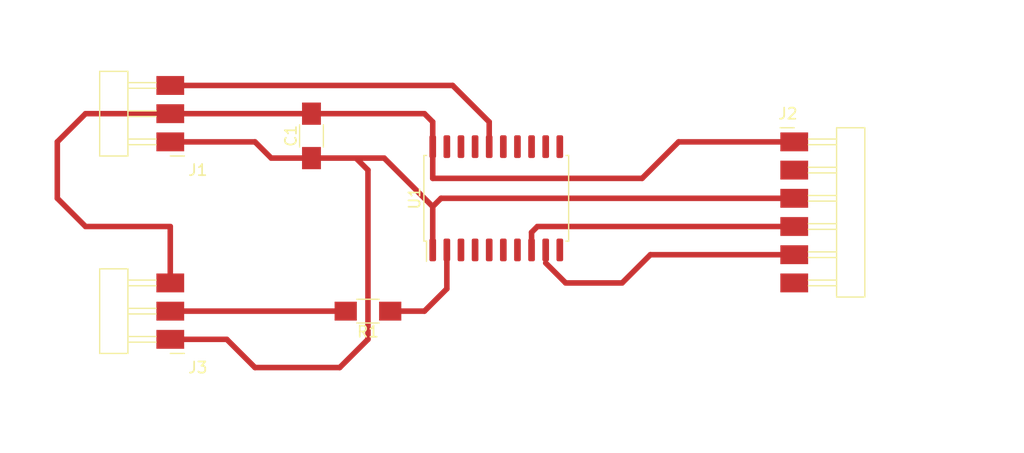
<source format=kicad_pcb>
(kicad_pcb (version 20211014) (generator pcbnew)
  (layers (0 "F.Cu" signal) (31 "B.Cu" signal) (34 "B.Paste" user) (35 "F.Paste" user) (36 "B.SilkS" user "B.Silkscreen") (37 "F.SilkS" user "F.Silkscreen") (38 "B.Mask" user) (39 "F.Mask" user) (44 "Edge.Cuts" user))
  (net 0 "")
  (net 1 "VCC")
  (net 2 "Net-(J1-Pad3)")
  (net 3 "Net-(J2-Pad4)")
  (net 5 "Net-(J2-Pad5)")
  (net 21 "Net-(U1-Pad2)")
  (net 22 "Net-(J3-Pad2)")
  (net 23 "GND")
  (footprint "fab:C_1206" (layer "F.Cu") (at 114.3 68.04 90)
    (fp_text reference "C1" (at 0 -1.85 90) (layer "F.SilkS"))
    (fp_text value "C")
    (fp_line (start 1 1.07) (end -1 1.07) (layer "F.SilkS") (width 0.12))
    (fp_line (start -1 -1.07) (end 1 -1.07) (layer "F.SilkS") (width 0.12))
    (pad "1" smd rect locked (at -2 0 90) (size 2 1.7) (layers "F.Cu" "F.Paste" "F.Mask") (net 1 "VCC"))
    (pad "2" smd rect locked (at 2 0 90) (size 2 1.7) (layers "F.Cu" "F.Paste" "F.Mask") (net 23 "GND"))
  )
  (footprint "fab:PinHeader_1x03_P2.54mm_Horizontal_SMD" (layer "F.Cu") (at 101.6 86.36 180)
    (fp_text reference "J3" (at -1.524 -2.54) (layer "F.SilkS") (effects (justify left)))
    (fp_text value "connect to neopixels")
    (fp_line (start 6.35 -1.27) (end 6.35 6.35) (layer "F.SilkS") (width 0.12))
    (fp_line (start 6.35 6.35) (end 3.81 6.35) (layer "F.SilkS") (width 0.12))
    (fp_line (start 3.81 6.35) (end 3.81 -1.27) (layer "F.SilkS") (width 0.12))
    (fp_line (start 3.81 2.794) (end 1.27 2.794) (layer "F.SilkS") (width 0.12))
    (fp_line (start 3.81 -0.254) (end 1.27 -0.254) (layer "F.SilkS") (width 0.12))
    (fp_line (start 3.81 4.826) (end 1.27 4.826) (layer "F.SilkS") (width 0.12))
    (fp_line (start -1.27 -1.27) (end 0 -1.27) (layer "F.SilkS") (width 0.12))
    (fp_line (start 3.81 2.286) (end 1.27 2.286) (layer "F.SilkS") (width 0.12))
    (fp_line (start 3.81 0.254) (end 1.27 0.254) (layer "F.SilkS") (width 0.12))
    (fp_line (start 3.81 5.334) (end 1.27 5.334) (layer "F.SilkS") (width 0.12))
    (fp_line (start 3.81 -1.27) (end 6.35 -1.27) (layer "F.SilkS") (width 0.12))
    (pad "1" smd rect locked (at 0 0 180) (size 2.5 1.7) (layers "F.Cu" "F.Paste" "F.Mask") (net 1 "VCC"))
    (pad "2" smd rect locked (at 0 2.54 180) (size 2.5 1.7) (layers "F.Cu" "F.Paste" "F.Mask") (net 22 "Net-(J3-Pad2)"))
    (pad "3" smd rect locked (at 0 5.08 180) (size 2.5 1.7) (layers "F.Cu" "F.Paste" "F.Mask") (net 23 "GND"))
  )
  (footprint "fab:PinHeader_1x03_P2.54mm_Horizontal_SMD" (layer "F.Cu") (at 101.6 68.58 180)
    (fp_text reference "J1" (at -1.524 -2.54) (layer "F.SilkS") (effects (justify left)))
    (fp_text value "updi")
    (fp_line (start 3.81 4.826) (end 1.27 4.826) (layer "F.SilkS") (width 0.12))
    (fp_line (start 3.81 -0.254) (end 1.27 -0.254) (layer "F.SilkS") (width 0.12))
    (fp_line (start 6.35 -1.27) (end 6.35 6.35) (layer "F.SilkS") (width 0.12))
    (fp_line (start 3.81 2.286) (end 1.27 2.286) (layer "F.SilkS") (width 0.12))
    (fp_line (start 3.81 5.334) (end 1.27 5.334) (layer "F.SilkS") (width 0.12))
    (fp_line (start 6.35 6.35) (end 3.81 6.35) (layer "F.SilkS") (width 0.12))
    (fp_line (start 3.81 0.254) (end 1.27 0.254) (layer "F.SilkS") (width 0.12))
    (fp_line (start -1.27 -1.27) (end 0 -1.27) (layer "F.SilkS") (width 0.12))
    (fp_line (start 3.81 2.794) (end 1.27 2.794) (layer "F.SilkS") (width 0.12))
    (fp_line (start 3.81 6.35) (end 3.81 -1.27) (layer "F.SilkS") (width 0.12))
    (fp_line (start 3.81 -1.27) (end 6.35 -1.27) (layer "F.SilkS") (width 0.12))
    (pad "1" smd rect locked (at 0 0 180) (size 2.5 1.7) (layers "F.Cu" "F.Paste" "F.Mask") (net 1 "VCC"))
    (pad "2" smd rect locked (at 0 2.54 180) (size 2.5 1.7) (layers "F.Cu" "F.Paste" "F.Mask") (net 23 "GND"))
    (pad "3" smd rect locked (at 0 5.08 180) (size 2.5 1.7) (layers "F.Cu" "F.Paste" "F.Mask") (net 2 "Net-(J1-Pad3)"))
  )
  (footprint "fab:R_1206" (layer "F.Cu") (at 119.38 83.82 180)
    (fp_text reference "R1" (at 0 -1.85) (layer "F.SilkS"))
    (fp_text value "R")
    (fp_line (start -1 -1.07) (end 1 -1.07) (layer "F.SilkS") (width 0.12))
    (fp_line (start 1 1.07) (end -1 1.07) (layer "F.SilkS") (width 0.12))
    (pad "1" smd rect locked (at -2 0 180) (size 2 1.7) (layers "F.Cu" "F.Paste" "F.Mask") (net 21 "Net-(U1-Pad2)"))
    (pad "2" smd rect locked (at 2 0 180) (size 2 1.7) (layers "F.Cu" "F.Paste" "F.Mask") (net 22 "Net-(J3-Pad2)"))
  )
  (footprint "Package_SO:SOIC-20W_7.5x12.8mm_P1.27mm" (layer "F.Cu") (at 130.92 73.66 90)
    (fp_text reference "U1" (at 0 -7.35 90) (layer "F.SilkS"))
    (fp_text value "ATtiny1616-S")
    (fp_line (start 3.86 -6.51) (end 3.86 -6.275) (layer "F.SilkS") (width 0.12))
    (fp_line (start 0 -6.51) (end 3.86 -6.51) (layer "F.SilkS") (width 0.12))
    (fp_line (start -3.86 6.51) (end -3.86 6.275) (layer "F.SilkS") (width 0.12))
    (fp_line (start -3.86 -6.275) (end -5.675 -6.275) (layer "F.SilkS") (width 0.12))
    (fp_line (start 0 -6.51) (end -3.86 -6.51) (layer "F.SilkS") (width 0.12))
    (fp_line (start 0 6.51) (end 3.86 6.51) (layer "F.SilkS") (width 0.12))
    (fp_line (start 3.86 6.51) (end 3.86 6.275) (layer "F.SilkS") (width 0.12))
    (fp_line (start 0 6.51) (end -3.86 6.51) (layer "F.SilkS") (width 0.12))
    (fp_line (start -3.86 -6.51) (end -3.86 -6.275) (layer "F.SilkS") (width 0.12))
    (pad "1" smd roundrect (at -4.65 -5.715 90) (size 2.05 0.6) (layers "F.Cu" "F.Paste" "F.Mask") (net 1 "VCC"))
    (pad "2" smd roundrect (at -4.65 -4.445 90) (size 2.05 0.6) (layers "F.Cu" "F.Paste" "F.Mask") (net 21 "Net-(U1-Pad2)"))
    (pad "3" smd roundrect (at -4.65 -3.175 90) (size 2.05 0.6) (layers "F.Cu" "F.Paste" "F.Mask"))
    (pad "4" smd roundrect (at -4.65 -1.905 90) (size 2.05 0.6) (layers "F.Cu" "F.Paste" "F.Mask"))
    (pad "5" smd roundrect (at -4.65 -0.635 90) (size 2.05 0.6) (layers "F.Cu" "F.Paste" "F.Mask"))
    (pad "6" smd roundrect (at -4.65 0.635 90) (size 2.05 0.6) (layers "F.Cu" "F.Paste" "F.Mask"))
    (pad "7" smd roundrect (at -4.65 1.905 90) (size 2.05 0.6) (layers "F.Cu" "F.Paste" "F.Mask"))
    (pad "8" smd roundrect (at -4.65 3.175 90) (size 2.05 0.6) (layers "F.Cu" "F.Paste" "F.Mask") (net 3 "Net-(J2-Pad4)"))
    (pad "9" smd roundrect (at -4.65 4.445 90) (size 2.05 0.6) (layers "F.Cu" "F.Paste" "F.Mask") (net 5 "Net-(J2-Pad5)"))
    (pad "10" smd roundrect (at -4.65 5.715 90) (size 2.05 0.6) (layers "F.Cu" "F.Paste" "F.Mask"))
    (pad "11" smd roundrect (at 4.65 5.715 90) (size 2.05 0.6) (layers "F.Cu" "F.Paste" "F.Mask"))
    (pad "12" smd roundrect (at 4.65 4.445 90) (size 2.05 0.6) (layers "F.Cu" "F.Paste" "F.Mask"))
    (pad "13" smd roundrect (at 4.65 3.175 90) (size 2.05 0.6) (layers "F.Cu" "F.Paste" "F.Mask"))
    (pad "14" smd roundrect (at 4.65 1.905 90) (size 2.05 0.6) (layers "F.Cu" "F.Paste" "F.Mask"))
    (pad "15" smd roundrect (at 4.65 0.635 90) (size 2.05 0.6) (layers "F.Cu" "F.Paste" "F.Mask"))
    (pad "16" smd roundrect (at 4.65 -0.635 90) (size 2.05 0.6) (layers "F.Cu" "F.Paste" "F.Mask") (net 2 "Net-(J1-Pad3)"))
    (pad "17" smd roundrect (at 4.65 -1.905 90) (size 2.05 0.6) (layers "F.Cu" "F.Paste" "F.Mask"))
    (pad "18" smd roundrect (at 4.65 -3.175 90) (size 2.05 0.6) (layers "F.Cu" "F.Paste" "F.Mask"))
    (pad "19" smd roundrect (at 4.65 -4.445 90) (size 2.05 0.6) (layers "F.Cu" "F.Paste" "F.Mask"))
    (pad "20" smd roundrect (at 4.65 -5.715 90) (size 2.05 0.6) (layers "F.Cu" "F.Paste" "F.Mask") (net 23 "GND"))
  )
  (footprint "fab:PinHeader_1x06_P2.54mm_Horizontal_SMD" (layer "F.Cu") (at 157.72 68.58)
    (fp_text reference "J2" (at -1.524 -2.54 180) (layer "F.SilkS") (effects (justify left)))
    (fp_text value "Conn_PinHeader_1x06_P2.54mm_Horizontal_SMD")
    (fp_line (start 3.81 5.334) (end 1.27 5.334) (layer "F.SilkS") (width 0.12))
    (fp_line (start 3.81 -1.27) (end 6.35 -1.27) (layer "F.SilkS") (width 0.12))
    (fp_line (start -1.27 -1.27) (end 0 -1.27) (layer "F.SilkS") (width 0.12))
    (fp_line (start 3.81 13.97) (end 3.81 -1.27) (layer "F.SilkS") (width 0.12))
    (fp_line (start 3.81 10.414) (end 1.27 10.414) (layer "F.SilkS") (width 0.12))
    (fp_line (start 3.81 -0.254) (end 1.27 -0.254) (layer "F.SilkS") (width 0.12))
    (fp_line (start 6.35 13.97) (end 3.81 13.97) (layer "F.SilkS") (width 0.12))
    (fp_line (start 3.81 2.286) (end 1.27 2.286) (layer "F.SilkS") (width 0.12))
    (fp_line (start 3.81 4.826) (end 1.27 4.826) (layer "F.SilkS") (width 0.12))
    (fp_line (start 3.81 12.446) (end 1.27 12.446) (layer "F.SilkS") (width 0.12))
    (fp_line (start 3.81 7.874) (end 1.27 7.874) (layer "F.SilkS") (width 0.12))
    (fp_line (start 3.81 9.906) (end 1.27 9.906) (layer "F.SilkS") (width 0.12))
    (fp_line (start 6.35 -1.27) (end 6.35 13.97) (layer "F.SilkS") (width 0.12))
    (fp_line (start 3.81 0.254) (end 1.27 0.254) (layer "F.SilkS") (width 0.12))
    (fp_line (start 3.81 2.794) (end 1.27 2.794) (layer "F.SilkS") (width 0.12))
    (fp_line (start 3.81 7.366) (end 1.27 7.366) (layer "F.SilkS") (width 0.12))
    (fp_line (start 3.81 12.954) (end 1.27 12.954) (layer "F.SilkS") (width 0.12))
    (pad "1" smd rect locked (at 0 0) (size 2.5 1.7) (layers "F.Cu" "F.Paste" "F.Mask") (net 23 "GND"))
    (pad "2" smd rect locked (at 0 2.54) (size 2.5 1.7) (layers "F.Cu" "F.Paste" "F.Mask"))
    (pad "3" smd rect locked (at 0 5.08) (size 2.5 1.7) (layers "F.Cu" "F.Paste" "F.Mask") (net 1 "VCC"))
    (pad "4" smd rect locked (at 0 7.62) (size 2.5 1.7) (layers "F.Cu" "F.Paste" "F.Mask") (net 3 "Net-(J2-Pad4)"))
    (pad "5" smd rect locked (at 0 10.16) (size 2.5 1.7) (layers "F.Cu" "F.Paste" "F.Mask") (net 5 "Net-(J2-Pad5)"))
    (pad "6" smd rect locked (at 0 12.7) (size 2.5 1.7) (layers "F.Cu" "F.Paste" "F.Mask"))
  )
  (segment (start 157.72 73.66) (end 125.95 73.66) (width 0.5) (layer "F.Cu") (net 1))
  (segment (start 101.6 86.36) (end 106.68 86.36) (width 0.5) (layer "F.Cu") (net 1))
  (segment (start 125.205 74.405) (end 125.95 73.66) (width 0.5) (layer "F.Cu") (net 1))
  (segment (start 119.38 71.12) (end 118.3 70.04) (width 0.5) (layer "F.Cu") (net 1))
  (segment (start 118.3 70.04) (end 114.3 70.04) (width 0.5) (layer "F.Cu") (net 1))
  (segment (start 106.68 86.36) (end 109.22 88.9) (width 0.5) (layer "F.Cu") (net 1))
  (segment (start 120.84 70.04) (end 118.3 70.04) (width 0.5) (layer "F.Cu") (net 1))
  (segment (start 119.38 86.36) (end 119.38 71.12) (width 0.5) (layer "F.Cu") (net 1))
  (segment (start 116.84 88.9) (end 119.38 86.36) (width 0.5) (layer "F.Cu") (net 1))
  (segment (start 125.205 74.405) (end 120.84 70.04) (width 0.5) (layer "F.Cu") (net 1))
  (segment (start 110.68 70.04) (end 109.22 68.58) (width 0.5) (layer "F.Cu") (net 1))
  (segment (start 109.22 68.58) (end 101.6 68.58) (width 0.5) (layer "F.Cu") (net 1))
  (segment (start 114.3 70.04) (end 110.68 70.04) (width 0.5) (layer "F.Cu") (net 1))
  (segment (start 125.205 78.31) (end 125.205 74.405) (width 0.5) (layer "F.Cu") (net 1))
  (segment (start 116.84 88.9) (end 109.22 88.9) (width 0.5) (layer "F.Cu") (net 1))
  (segment (start 114.3 70.04) (end 113.22 70.04) (width 0.25) (layer "F.Cu") (net 1))
  (segment (start 130.285 66.785) (end 127 63.5) (width 0.5) (layer "F.Cu") (net 2))
  (segment (start 130.285 69.01) (end 130.285 66.785) (width 0.5) (layer "F.Cu") (net 2))
  (segment (start 127 63.5) (end 101.6 63.5) (width 0.5) (layer "F.Cu") (net 2))
  (segment (start 157.72 76.2) (end 134.62 76.2) (width 0.5) (layer "F.Cu") (net 3))
  (segment (start 134.095 76.725) (end 134.095 78.31) (width 0.5) (layer "F.Cu") (net 3))
  (segment (start 134.62 76.2) (end 134.095 76.725) (width 0.5) (layer "F.Cu") (net 3))
  (segment (start 142.24 81.28) (end 137.16 81.28) (width 0.5) (layer "F.Cu") (net 5))
  (segment (start 137.16 81.28) (end 135.365 79.485) (width 0.5) (layer "F.Cu") (net 5))
  (segment (start 135.365 79.485) (end 135.365 78.31) (width 0.25) (layer "F.Cu") (net 5))
  (segment (start 157.72 78.74) (end 144.78 78.74) (width 0.5) (layer "F.Cu") (net 5))
  (segment (start 144.78 78.74) (end 142.24 81.28) (width 0.5) (layer "F.Cu") (net 5))
  (segment (start 124.46 83.82) (end 120.84 83.82) (width 0.5) (layer "F.Cu") (net 21))
  (segment (start 126.475 78.31) (end 126.475 81.805) (width 0.5) (layer "F.Cu") (net 21))
  (segment (start 126.475 81.805) (end 124.46 83.82) (width 0.5) (layer "F.Cu") (net 21))
  (segment (start 116.84 83.82) (end 101.6 83.82) (width 0.5) (layer "F.Cu") (net 22))
  (segment (start 91.44 68.58) (end 91.44 73.66) (width 0.5) (layer "F.Cu") (net 23))
  (segment (start 125.205 71.865) (end 125.205 69.01) (width 0.5) (layer "F.Cu") (net 23))
  (segment (start 101.6 66.04) (end 93.98 66.04) (width 0.5) (layer "F.Cu") (net 23))
  (segment (start 101.6 76.2) (end 101.6 81.28) (width 0.5) (layer "F.Cu") (net 23))
  (segment (start 93.98 76.2) (end 101.6 76.2) (width 0.5) (layer "F.Cu") (net 23))
  (segment (start 144.035 71.865) (end 125.205 71.865) (width 0.5) (layer "F.Cu") (net 23))
  (segment (start 125.205 66.785) (end 125.205 69.01) (width 0.5) (layer "F.Cu") (net 23))
  (segment (start 101.6 66.04) (end 124.46 66.04) (width 0.5) (layer "F.Cu") (net 23))
  (segment (start 91.44 73.66) (end 93.98 76.2) (width 0.5) (layer "F.Cu") (net 23))
  (segment (start 147.32 68.58) (end 144.035 71.865) (width 0.5) (layer "F.Cu") (net 23))
  (segment (start 157.72 68.58) (end 147.32 68.58) (width 0.5) (layer "F.Cu") (net 23))
  (segment (start 124.46 66.04) (end 125.205 66.785) (width 0.5) (layer "F.Cu") (net 23))
  (segment (start 93.98 66.04) (end 91.44 68.58) (width 0.5) (layer "F.Cu") (net 23))
)
</source>
